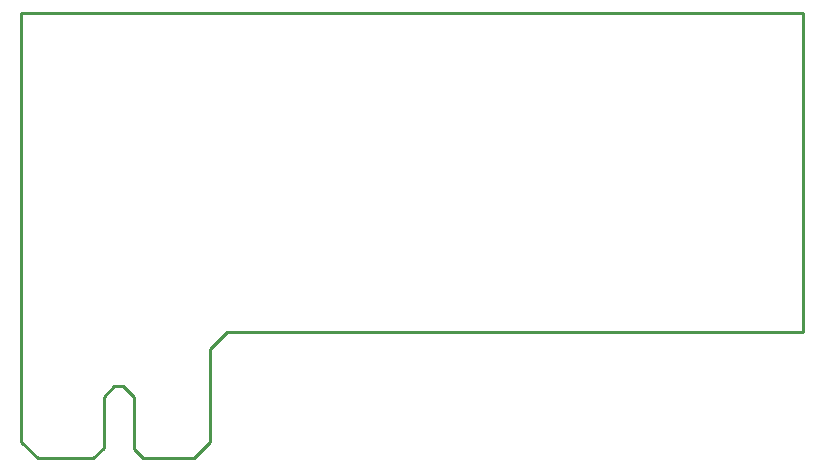
<source format=gbr>
%TF.GenerationSoftware,Altium Limited,Altium Designer,24.3.1 (35)*%
G04 Layer_Color=16711935*
%FSLAX45Y45*%
%MOMM*%
%TF.SameCoordinates,A20972E9-028A-4597-9386-5314E3457622*%
%TF.FilePolarity,Positive*%
%TF.FileFunction,Other,Mechanical_1*%
%TF.Part,Single*%
G01*
G75*
%TA.AperFunction,NonConductor*%
%ADD16C,0.25400*%
D16*
X1600200Y495300D02*
Y1282700D01*
X1739900Y1422400D01*
X6616700D01*
X0Y4127500D02*
X6616700D01*
Y1422400D02*
Y4127500D01*
X0Y1397000D02*
Y4127500D01*
X139700Y355600D02*
X609600D01*
X698500Y444500D01*
Y876300D01*
X787400Y965200D01*
X863600D01*
X952500Y876300D01*
Y431800D02*
Y876300D01*
Y431800D02*
X1028700Y355600D01*
X1460500D01*
X0Y495300D02*
Y1397000D01*
Y495300D02*
X139700Y355600D01*
X1460500D02*
X1600200Y495300D01*
%TF.MD5,e2357aca8b576c06beb00fe6a56ab297*%
M02*

</source>
